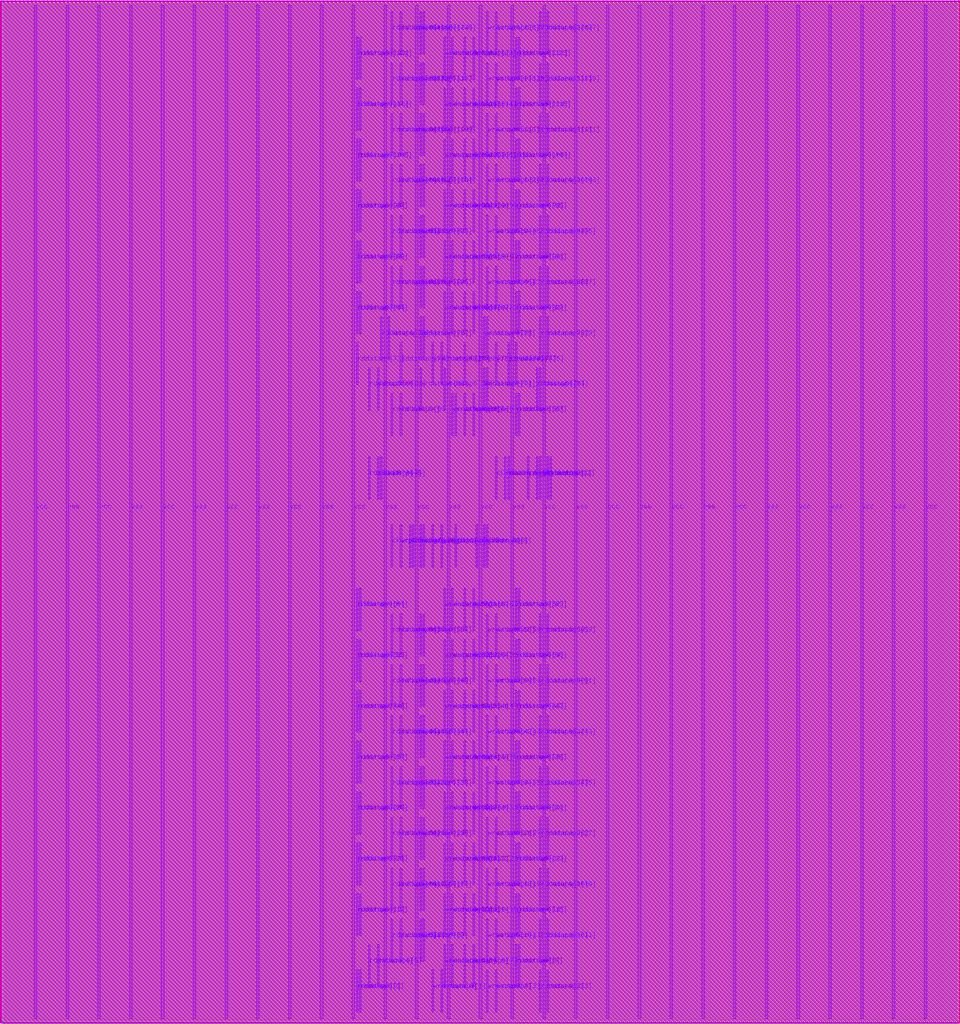
<source format=lef>
VERSION 5.8 ;
BUSBITCHARS "[]" ;
DIVIDERCHAR "/" ;

UNITS
  DATABASE MICRONS 4000 ;
END UNITS

MANUFACTURINGGRID 0.0005 ;

MACRO arf124b064e1r1w0cbbehbaa4acw
  CLASS BLOCK ;
  ORIGIN 0 0 ;
  FOREIGN arf124b064e1r1w0cbbehbaa4acw 0 0 ;
  SIZE 27 BY 28.8 ;
  PIN ckrdp0
    DIRECTION INPUT ;
    USE SIGNAL ;
    PORT
      LAYER m7 ;
        RECT 13.928 14.76 13.972 15.96 ;
    END
  END ckrdp0
  PIN ckwrp0
    DIRECTION INPUT ;
    USE SIGNAL ;
    PORT
      LAYER m7 ;
        RECT 10.972 12.84 11.016 14.04 ;
    END
  END ckwrp0
  PIN rdaddrp0[0]
    DIRECTION INPUT ;
    USE SIGNAL ;
    PORT
      LAYER m7 ;
        RECT 15.172 14.76 15.216 15.96 ;
    END
  END rdaddrp0[0]
  PIN rdaddrp0[1]
    DIRECTION INPUT ;
    USE SIGNAL ;
    PORT
      LAYER m7 ;
        RECT 15.384 14.76 15.428 15.96 ;
    END
  END rdaddrp0[1]
  PIN rdaddrp0[2]
    DIRECTION INPUT ;
    USE SIGNAL ;
    PORT
      LAYER m7 ;
        RECT 15.472 14.76 15.516 15.96 ;
    END
  END rdaddrp0[2]
  PIN rdaddrp0[3]
    DIRECTION INPUT ;
    USE SIGNAL ;
    PORT
      LAYER m7 ;
        RECT 10.328 14.76 10.372 15.96 ;
    END
  END rdaddrp0[3]
  PIN rdaddrp0[4]
    DIRECTION INPUT ;
    USE SIGNAL ;
    PORT
      LAYER m7 ;
        RECT 10.584 14.76 10.628 15.96 ;
    END
  END rdaddrp0[4]
  PIN rdaddrp0[5]
    DIRECTION INPUT ;
    USE SIGNAL ;
    PORT
      LAYER m7 ;
        RECT 10.672 14.76 10.716 15.96 ;
    END
  END rdaddrp0[5]
  PIN rdaddrp0_fd
    DIRECTION INPUT ;
    USE SIGNAL ;
    PORT
      LAYER m7 ;
        RECT 14.184 14.76 14.228 15.96 ;
    END
  END rdaddrp0_fd
  PIN rdaddrp0_rd
    DIRECTION INPUT ;
    USE SIGNAL ;
    PORT
      LAYER m7 ;
        RECT 14.272 14.76 14.316 15.96 ;
    END
  END rdaddrp0_rd
  PIN rddatap0[0]
    DIRECTION OUTPUT ;
    USE SIGNAL ;
    PORT
      LAYER m7 ;
        RECT 9.984 0.24 10.028 1.44 ;
    END
  END rddatap0[0]
  PIN rddatap0[100]
    DIRECTION OUTPUT ;
    USE SIGNAL ;
    PORT
      LAYER m7 ;
        RECT 10.972 23.04 11.016 24.24 ;
    END
  END rddatap0[100]
  PIN rddatap0[101]
    DIRECTION OUTPUT ;
    USE SIGNAL ;
    PORT
      LAYER m7 ;
        RECT 11.228 23.04 11.272 24.24 ;
    END
  END rddatap0[101]
  PIN rddatap0[102]
    DIRECTION OUTPUT ;
    USE SIGNAL ;
    PORT
      LAYER m7 ;
        RECT 15.172 23.04 15.216 24.24 ;
    END
  END rddatap0[102]
  PIN rddatap0[103]
    DIRECTION OUTPUT ;
    USE SIGNAL ;
    PORT
      LAYER m7 ;
        RECT 15.384 23.04 15.428 24.24 ;
    END
  END rddatap0[103]
  PIN rddatap0[104]
    DIRECTION OUTPUT ;
    USE SIGNAL ;
    PORT
      LAYER m7 ;
        RECT 9.984 23.76 10.028 24.96 ;
    END
  END rddatap0[104]
  PIN rddatap0[105]
    DIRECTION OUTPUT ;
    USE SIGNAL ;
    PORT
      LAYER m7 ;
        RECT 10.072 23.76 10.116 24.96 ;
    END
  END rddatap0[105]
  PIN rddatap0[106]
    DIRECTION OUTPUT ;
    USE SIGNAL ;
    PORT
      LAYER m7 ;
        RECT 14.484 23.76 14.528 24.96 ;
    END
  END rddatap0[106]
  PIN rddatap0[107]
    DIRECTION OUTPUT ;
    USE SIGNAL ;
    PORT
      LAYER m7 ;
        RECT 14.572 23.76 14.616 24.96 ;
    END
  END rddatap0[107]
  PIN rddatap0[108]
    DIRECTION OUTPUT ;
    USE SIGNAL ;
    PORT
      LAYER m7 ;
        RECT 10.972 24.48 11.016 25.68 ;
    END
  END rddatap0[108]
  PIN rddatap0[109]
    DIRECTION OUTPUT ;
    USE SIGNAL ;
    PORT
      LAYER m7 ;
        RECT 11.228 24.48 11.272 25.68 ;
    END
  END rddatap0[109]
  PIN rddatap0[10]
    DIRECTION OUTPUT ;
    USE SIGNAL ;
    PORT
      LAYER m7 ;
        RECT 15.172 1.68 15.216 2.88 ;
    END
  END rddatap0[10]
  PIN rddatap0[110]
    DIRECTION OUTPUT ;
    USE SIGNAL ;
    PORT
      LAYER m7 ;
        RECT 15.172 24.48 15.216 25.68 ;
    END
  END rddatap0[110]
  PIN rddatap0[111]
    DIRECTION OUTPUT ;
    USE SIGNAL ;
    PORT
      LAYER m7 ;
        RECT 15.384 24.48 15.428 25.68 ;
    END
  END rddatap0[111]
  PIN rddatap0[112]
    DIRECTION OUTPUT ;
    USE SIGNAL ;
    PORT
      LAYER m7 ;
        RECT 9.984 25.2 10.028 26.4 ;
    END
  END rddatap0[112]
  PIN rddatap0[113]
    DIRECTION OUTPUT ;
    USE SIGNAL ;
    PORT
      LAYER m7 ;
        RECT 10.072 25.2 10.116 26.4 ;
    END
  END rddatap0[113]
  PIN rddatap0[114]
    DIRECTION OUTPUT ;
    USE SIGNAL ;
    PORT
      LAYER m7 ;
        RECT 14.484 25.2 14.528 26.4 ;
    END
  END rddatap0[114]
  PIN rddatap0[115]
    DIRECTION OUTPUT ;
    USE SIGNAL ;
    PORT
      LAYER m7 ;
        RECT 14.572 25.2 14.616 26.4 ;
    END
  END rddatap0[115]
  PIN rddatap0[116]
    DIRECTION OUTPUT ;
    USE SIGNAL ;
    PORT
      LAYER m7 ;
        RECT 10.972 25.92 11.016 27.12 ;
    END
  END rddatap0[116]
  PIN rddatap0[117]
    DIRECTION OUTPUT ;
    USE SIGNAL ;
    PORT
      LAYER m7 ;
        RECT 11.228 25.92 11.272 27.12 ;
    END
  END rddatap0[117]
  PIN rddatap0[118]
    DIRECTION OUTPUT ;
    USE SIGNAL ;
    PORT
      LAYER m7 ;
        RECT 15.172 25.92 15.216 27.12 ;
    END
  END rddatap0[118]
  PIN rddatap0[119]
    DIRECTION OUTPUT ;
    USE SIGNAL ;
    PORT
      LAYER m7 ;
        RECT 15.384 25.92 15.428 27.12 ;
    END
  END rddatap0[119]
  PIN rddatap0[11]
    DIRECTION OUTPUT ;
    USE SIGNAL ;
    PORT
      LAYER m7 ;
        RECT 15.384 1.68 15.428 2.88 ;
    END
  END rddatap0[11]
  PIN rddatap0[120]
    DIRECTION OUTPUT ;
    USE SIGNAL ;
    PORT
      LAYER m7 ;
        RECT 9.984 26.64 10.028 27.84 ;
    END
  END rddatap0[120]
  PIN rddatap0[121]
    DIRECTION OUTPUT ;
    USE SIGNAL ;
    PORT
      LAYER m7 ;
        RECT 10.072 26.64 10.116 27.84 ;
    END
  END rddatap0[121]
  PIN rddatap0[122]
    DIRECTION OUTPUT ;
    USE SIGNAL ;
    PORT
      LAYER m7 ;
        RECT 14.484 26.64 14.528 27.84 ;
    END
  END rddatap0[122]
  PIN rddatap0[123]
    DIRECTION OUTPUT ;
    USE SIGNAL ;
    PORT
      LAYER m7 ;
        RECT 14.572 26.64 14.616 27.84 ;
    END
  END rddatap0[123]
  PIN rddatap0[124]
    DIRECTION OUTPUT ;
    USE SIGNAL ;
    PORT
      LAYER m7 ;
        RECT 10.972 27.36 11.016 28.56 ;
    END
  END rddatap0[124]
  PIN rddatap0[125]
    DIRECTION OUTPUT ;
    USE SIGNAL ;
    PORT
      LAYER m7 ;
        RECT 11.228 27.36 11.272 28.56 ;
    END
  END rddatap0[125]
  PIN rddatap0[126]
    DIRECTION OUTPUT ;
    USE SIGNAL ;
    PORT
      LAYER m7 ;
        RECT 15.172 27.36 15.216 28.56 ;
    END
  END rddatap0[126]
  PIN rddatap0[127]
    DIRECTION OUTPUT ;
    USE SIGNAL ;
    PORT
      LAYER m7 ;
        RECT 15.384 27.36 15.428 28.56 ;
    END
  END rddatap0[127]
  PIN rddatap0[12]
    DIRECTION OUTPUT ;
    USE SIGNAL ;
    PORT
      LAYER m7 ;
        RECT 9.984 2.4 10.028 3.6 ;
    END
  END rddatap0[12]
  PIN rddatap0[13]
    DIRECTION OUTPUT ;
    USE SIGNAL ;
    PORT
      LAYER m7 ;
        RECT 10.072 2.4 10.116 3.6 ;
    END
  END rddatap0[13]
  PIN rddatap0[14]
    DIRECTION OUTPUT ;
    USE SIGNAL ;
    PORT
      LAYER m7 ;
        RECT 14.484 2.4 14.528 3.6 ;
    END
  END rddatap0[14]
  PIN rddatap0[15]
    DIRECTION OUTPUT ;
    USE SIGNAL ;
    PORT
      LAYER m7 ;
        RECT 14.572 2.4 14.616 3.6 ;
    END
  END rddatap0[15]
  PIN rddatap0[16]
    DIRECTION OUTPUT ;
    USE SIGNAL ;
    PORT
      LAYER m7 ;
        RECT 10.972 3.12 11.016 4.32 ;
    END
  END rddatap0[16]
  PIN rddatap0[17]
    DIRECTION OUTPUT ;
    USE SIGNAL ;
    PORT
      LAYER m7 ;
        RECT 11.228 3.12 11.272 4.32 ;
    END
  END rddatap0[17]
  PIN rddatap0[18]
    DIRECTION OUTPUT ;
    USE SIGNAL ;
    PORT
      LAYER m7 ;
        RECT 15.172 3.12 15.216 4.32 ;
    END
  END rddatap0[18]
  PIN rddatap0[19]
    DIRECTION OUTPUT ;
    USE SIGNAL ;
    PORT
      LAYER m7 ;
        RECT 15.384 3.12 15.428 4.32 ;
    END
  END rddatap0[19]
  PIN rddatap0[1]
    DIRECTION OUTPUT ;
    USE SIGNAL ;
    PORT
      LAYER m7 ;
        RECT 10.072 0.24 10.116 1.44 ;
    END
  END rddatap0[1]
  PIN rddatap0[20]
    DIRECTION OUTPUT ;
    USE SIGNAL ;
    PORT
      LAYER m7 ;
        RECT 9.984 3.84 10.028 5.04 ;
    END
  END rddatap0[20]
  PIN rddatap0[21]
    DIRECTION OUTPUT ;
    USE SIGNAL ;
    PORT
      LAYER m7 ;
        RECT 10.072 3.84 10.116 5.04 ;
    END
  END rddatap0[21]
  PIN rddatap0[22]
    DIRECTION OUTPUT ;
    USE SIGNAL ;
    PORT
      LAYER m7 ;
        RECT 14.484 3.84 14.528 5.04 ;
    END
  END rddatap0[22]
  PIN rddatap0[23]
    DIRECTION OUTPUT ;
    USE SIGNAL ;
    PORT
      LAYER m7 ;
        RECT 14.572 3.84 14.616 5.04 ;
    END
  END rddatap0[23]
  PIN rddatap0[24]
    DIRECTION OUTPUT ;
    USE SIGNAL ;
    PORT
      LAYER m7 ;
        RECT 10.972 4.56 11.016 5.76 ;
    END
  END rddatap0[24]
  PIN rddatap0[25]
    DIRECTION OUTPUT ;
    USE SIGNAL ;
    PORT
      LAYER m7 ;
        RECT 11.228 4.56 11.272 5.76 ;
    END
  END rddatap0[25]
  PIN rddatap0[26]
    DIRECTION OUTPUT ;
    USE SIGNAL ;
    PORT
      LAYER m7 ;
        RECT 15.172 4.56 15.216 5.76 ;
    END
  END rddatap0[26]
  PIN rddatap0[27]
    DIRECTION OUTPUT ;
    USE SIGNAL ;
    PORT
      LAYER m7 ;
        RECT 15.384 4.56 15.428 5.76 ;
    END
  END rddatap0[27]
  PIN rddatap0[28]
    DIRECTION OUTPUT ;
    USE SIGNAL ;
    PORT
      LAYER m7 ;
        RECT 9.984 5.28 10.028 6.48 ;
    END
  END rddatap0[28]
  PIN rddatap0[29]
    DIRECTION OUTPUT ;
    USE SIGNAL ;
    PORT
      LAYER m7 ;
        RECT 10.072 5.28 10.116 6.48 ;
    END
  END rddatap0[29]
  PIN rddatap0[2]
    DIRECTION OUTPUT ;
    USE SIGNAL ;
    PORT
      LAYER m7 ;
        RECT 15.172 0.24 15.216 1.44 ;
    END
  END rddatap0[2]
  PIN rddatap0[30]
    DIRECTION OUTPUT ;
    USE SIGNAL ;
    PORT
      LAYER m7 ;
        RECT 14.484 5.28 14.528 6.48 ;
    END
  END rddatap0[30]
  PIN rddatap0[31]
    DIRECTION OUTPUT ;
    USE SIGNAL ;
    PORT
      LAYER m7 ;
        RECT 14.572 5.28 14.616 6.48 ;
    END
  END rddatap0[31]
  PIN rddatap0[32]
    DIRECTION OUTPUT ;
    USE SIGNAL ;
    PORT
      LAYER m7 ;
        RECT 10.972 6 11.016 7.2 ;
    END
  END rddatap0[32]
  PIN rddatap0[33]
    DIRECTION OUTPUT ;
    USE SIGNAL ;
    PORT
      LAYER m7 ;
        RECT 11.228 6 11.272 7.2 ;
    END
  END rddatap0[33]
  PIN rddatap0[34]
    DIRECTION OUTPUT ;
    USE SIGNAL ;
    PORT
      LAYER m7 ;
        RECT 15.172 6 15.216 7.2 ;
    END
  END rddatap0[34]
  PIN rddatap0[35]
    DIRECTION OUTPUT ;
    USE SIGNAL ;
    PORT
      LAYER m7 ;
        RECT 15.384 6 15.428 7.2 ;
    END
  END rddatap0[35]
  PIN rddatap0[36]
    DIRECTION OUTPUT ;
    USE SIGNAL ;
    PORT
      LAYER m7 ;
        RECT 9.984 6.72 10.028 7.92 ;
    END
  END rddatap0[36]
  PIN rddatap0[37]
    DIRECTION OUTPUT ;
    USE SIGNAL ;
    PORT
      LAYER m7 ;
        RECT 10.072 6.72 10.116 7.92 ;
    END
  END rddatap0[37]
  PIN rddatap0[38]
    DIRECTION OUTPUT ;
    USE SIGNAL ;
    PORT
      LAYER m7 ;
        RECT 14.484 6.72 14.528 7.92 ;
    END
  END rddatap0[38]
  PIN rddatap0[39]
    DIRECTION OUTPUT ;
    USE SIGNAL ;
    PORT
      LAYER m7 ;
        RECT 14.572 6.72 14.616 7.92 ;
    END
  END rddatap0[39]
  PIN rddatap0[3]
    DIRECTION OUTPUT ;
    USE SIGNAL ;
    PORT
      LAYER m7 ;
        RECT 15.384 0.24 15.428 1.44 ;
    END
  END rddatap0[3]
  PIN rddatap0[40]
    DIRECTION OUTPUT ;
    USE SIGNAL ;
    PORT
      LAYER m7 ;
        RECT 10.972 7.44 11.016 8.64 ;
    END
  END rddatap0[40]
  PIN rddatap0[41]
    DIRECTION OUTPUT ;
    USE SIGNAL ;
    PORT
      LAYER m7 ;
        RECT 11.228 7.44 11.272 8.64 ;
    END
  END rddatap0[41]
  PIN rddatap0[42]
    DIRECTION OUTPUT ;
    USE SIGNAL ;
    PORT
      LAYER m7 ;
        RECT 15.172 7.44 15.216 8.64 ;
    END
  END rddatap0[42]
  PIN rddatap0[43]
    DIRECTION OUTPUT ;
    USE SIGNAL ;
    PORT
      LAYER m7 ;
        RECT 15.384 7.44 15.428 8.64 ;
    END
  END rddatap0[43]
  PIN rddatap0[44]
    DIRECTION OUTPUT ;
    USE SIGNAL ;
    PORT
      LAYER m7 ;
        RECT 9.984 8.16 10.028 9.36 ;
    END
  END rddatap0[44]
  PIN rddatap0[45]
    DIRECTION OUTPUT ;
    USE SIGNAL ;
    PORT
      LAYER m7 ;
        RECT 10.072 8.16 10.116 9.36 ;
    END
  END rddatap0[45]
  PIN rddatap0[46]
    DIRECTION OUTPUT ;
    USE SIGNAL ;
    PORT
      LAYER m7 ;
        RECT 14.484 8.16 14.528 9.36 ;
    END
  END rddatap0[46]
  PIN rddatap0[47]
    DIRECTION OUTPUT ;
    USE SIGNAL ;
    PORT
      LAYER m7 ;
        RECT 14.572 8.16 14.616 9.36 ;
    END
  END rddatap0[47]
  PIN rddatap0[48]
    DIRECTION OUTPUT ;
    USE SIGNAL ;
    PORT
      LAYER m7 ;
        RECT 10.972 8.88 11.016 10.08 ;
    END
  END rddatap0[48]
  PIN rddatap0[49]
    DIRECTION OUTPUT ;
    USE SIGNAL ;
    PORT
      LAYER m7 ;
        RECT 11.228 8.88 11.272 10.08 ;
    END
  END rddatap0[49]
  PIN rddatap0[4]
    DIRECTION OUTPUT ;
    USE SIGNAL ;
    PORT
      LAYER m7 ;
        RECT 10.328 0.96 10.372 2.16 ;
    END
  END rddatap0[4]
  PIN rddatap0[50]
    DIRECTION OUTPUT ;
    USE SIGNAL ;
    PORT
      LAYER m7 ;
        RECT 15.172 8.88 15.216 10.08 ;
    END
  END rddatap0[50]
  PIN rddatap0[51]
    DIRECTION OUTPUT ;
    USE SIGNAL ;
    PORT
      LAYER m7 ;
        RECT 15.384 8.88 15.428 10.08 ;
    END
  END rddatap0[51]
  PIN rddatap0[52]
    DIRECTION OUTPUT ;
    USE SIGNAL ;
    PORT
      LAYER m7 ;
        RECT 9.984 9.6 10.028 10.8 ;
    END
  END rddatap0[52]
  PIN rddatap0[53]
    DIRECTION OUTPUT ;
    USE SIGNAL ;
    PORT
      LAYER m7 ;
        RECT 10.072 9.6 10.116 10.8 ;
    END
  END rddatap0[53]
  PIN rddatap0[54]
    DIRECTION OUTPUT ;
    USE SIGNAL ;
    PORT
      LAYER m7 ;
        RECT 14.484 9.6 14.528 10.8 ;
    END
  END rddatap0[54]
  PIN rddatap0[55]
    DIRECTION OUTPUT ;
    USE SIGNAL ;
    PORT
      LAYER m7 ;
        RECT 14.572 9.6 14.616 10.8 ;
    END
  END rddatap0[55]
  PIN rddatap0[56]
    DIRECTION OUTPUT ;
    USE SIGNAL ;
    PORT
      LAYER m7 ;
        RECT 10.972 10.32 11.016 11.52 ;
    END
  END rddatap0[56]
  PIN rddatap0[57]
    DIRECTION OUTPUT ;
    USE SIGNAL ;
    PORT
      LAYER m7 ;
        RECT 11.228 10.32 11.272 11.52 ;
    END
  END rddatap0[57]
  PIN rddatap0[58]
    DIRECTION OUTPUT ;
    USE SIGNAL ;
    PORT
      LAYER m7 ;
        RECT 15.172 10.32 15.216 11.52 ;
    END
  END rddatap0[58]
  PIN rddatap0[59]
    DIRECTION OUTPUT ;
    USE SIGNAL ;
    PORT
      LAYER m7 ;
        RECT 15.384 10.32 15.428 11.52 ;
    END
  END rddatap0[59]
  PIN rddatap0[5]
    DIRECTION OUTPUT ;
    USE SIGNAL ;
    PORT
      LAYER m7 ;
        RECT 10.584 0.96 10.628 2.16 ;
    END
  END rddatap0[5]
  PIN rddatap0[60]
    DIRECTION OUTPUT ;
    USE SIGNAL ;
    PORT
      LAYER m7 ;
        RECT 9.984 11.04 10.028 12.24 ;
    END
  END rddatap0[60]
  PIN rddatap0[61]
    DIRECTION OUTPUT ;
    USE SIGNAL ;
    PORT
      LAYER m7 ;
        RECT 10.072 11.04 10.116 12.24 ;
    END
  END rddatap0[61]
  PIN rddatap0[62]
    DIRECTION OUTPUT ;
    USE SIGNAL ;
    PORT
      LAYER m7 ;
        RECT 14.484 11.04 14.528 12.24 ;
    END
  END rddatap0[62]
  PIN rddatap0[63]
    DIRECTION OUTPUT ;
    USE SIGNAL ;
    PORT
      LAYER m7 ;
        RECT 14.572 11.04 14.616 12.24 ;
    END
  END rddatap0[63]
  PIN rddatap0[64]
    DIRECTION OUTPUT ;
    USE SIGNAL ;
    PORT
      LAYER m7 ;
        RECT 10.972 16.56 11.016 17.76 ;
    END
  END rddatap0[64]
  PIN rddatap0[65]
    DIRECTION OUTPUT ;
    USE SIGNAL ;
    PORT
      LAYER m7 ;
        RECT 11.228 16.56 11.272 17.76 ;
    END
  END rddatap0[65]
  PIN rddatap0[66]
    DIRECTION OUTPUT ;
    USE SIGNAL ;
    PORT
      LAYER m7 ;
        RECT 14.484 16.56 14.528 17.76 ;
    END
  END rddatap0[66]
  PIN rddatap0[67]
    DIRECTION OUTPUT ;
    USE SIGNAL ;
    PORT
      LAYER m7 ;
        RECT 14.572 16.56 14.616 17.76 ;
    END
  END rddatap0[67]
  PIN rddatap0[68]
    DIRECTION OUTPUT ;
    USE SIGNAL ;
    PORT
      LAYER m7 ;
        RECT 10.328 17.28 10.372 18.48 ;
    END
  END rddatap0[68]
  PIN rddatap0[69]
    DIRECTION OUTPUT ;
    USE SIGNAL ;
    PORT
      LAYER m7 ;
        RECT 10.584 17.28 10.628 18.48 ;
    END
  END rddatap0[69]
  PIN rddatap0[6]
    DIRECTION OUTPUT ;
    USE SIGNAL ;
    PORT
      LAYER m7 ;
        RECT 14.484 0.96 14.528 2.16 ;
    END
  END rddatap0[6]
  PIN rddatap0[70]
    DIRECTION OUTPUT ;
    USE SIGNAL ;
    PORT
      LAYER m7 ;
        RECT 15.084 17.28 15.128 18.48 ;
    END
  END rddatap0[70]
  PIN rddatap0[71]
    DIRECTION OUTPUT ;
    USE SIGNAL ;
    PORT
      LAYER m7 ;
        RECT 15.172 17.28 15.216 18.48 ;
    END
  END rddatap0[71]
  PIN rddatap0[72]
    DIRECTION OUTPUT ;
    USE SIGNAL ;
    PORT
      LAYER m7 ;
        RECT 11.228 18 11.272 19.2 ;
    END
  END rddatap0[72]
  PIN rddatap0[73]
    DIRECTION OUTPUT ;
    USE SIGNAL ;
    PORT
      LAYER m7 ;
        RECT 9.984 18 10.028 19.2 ;
    END
  END rddatap0[73]
  PIN rddatap0[74]
    DIRECTION OUTPUT ;
    USE SIGNAL ;
    PORT
      LAYER m7 ;
        RECT 14.272 18 14.316 19.2 ;
    END
  END rddatap0[74]
  PIN rddatap0[75]
    DIRECTION OUTPUT ;
    USE SIGNAL ;
    PORT
      LAYER m7 ;
        RECT 14.484 18 14.528 19.2 ;
    END
  END rddatap0[75]
  PIN rddatap0[76]
    DIRECTION OUTPUT ;
    USE SIGNAL ;
    PORT
      LAYER m7 ;
        RECT 10.672 18.72 10.716 19.92 ;
    END
  END rddatap0[76]
  PIN rddatap0[77]
    DIRECTION OUTPUT ;
    USE SIGNAL ;
    PORT
      LAYER m7 ;
        RECT 10.884 18.72 10.928 19.92 ;
    END
  END rddatap0[77]
  PIN rddatap0[78]
    DIRECTION OUTPUT ;
    USE SIGNAL ;
    PORT
      LAYER m7 ;
        RECT 15.172 18.72 15.216 19.92 ;
    END
  END rddatap0[78]
  PIN rddatap0[79]
    DIRECTION OUTPUT ;
    USE SIGNAL ;
    PORT
      LAYER m7 ;
        RECT 15.384 18.72 15.428 19.92 ;
    END
  END rddatap0[79]
  PIN rddatap0[7]
    DIRECTION OUTPUT ;
    USE SIGNAL ;
    PORT
      LAYER m7 ;
        RECT 14.572 0.96 14.616 2.16 ;
    END
  END rddatap0[7]
  PIN rddatap0[80]
    DIRECTION OUTPUT ;
    USE SIGNAL ;
    PORT
      LAYER m7 ;
        RECT 9.984 19.44 10.028 20.64 ;
    END
  END rddatap0[80]
  PIN rddatap0[81]
    DIRECTION OUTPUT ;
    USE SIGNAL ;
    PORT
      LAYER m7 ;
        RECT 10.072 19.44 10.116 20.64 ;
    END
  END rddatap0[81]
  PIN rddatap0[82]
    DIRECTION OUTPUT ;
    USE SIGNAL ;
    PORT
      LAYER m7 ;
        RECT 14.484 19.44 14.528 20.64 ;
    END
  END rddatap0[82]
  PIN rddatap0[83]
    DIRECTION OUTPUT ;
    USE SIGNAL ;
    PORT
      LAYER m7 ;
        RECT 14.572 19.44 14.616 20.64 ;
    END
  END rddatap0[83]
  PIN rddatap0[84]
    DIRECTION OUTPUT ;
    USE SIGNAL ;
    PORT
      LAYER m7 ;
        RECT 10.972 20.16 11.016 21.36 ;
    END
  END rddatap0[84]
  PIN rddatap0[85]
    DIRECTION OUTPUT ;
    USE SIGNAL ;
    PORT
      LAYER m7 ;
        RECT 11.228 20.16 11.272 21.36 ;
    END
  END rddatap0[85]
  PIN rddatap0[86]
    DIRECTION OUTPUT ;
    USE SIGNAL ;
    PORT
      LAYER m7 ;
        RECT 15.172 20.16 15.216 21.36 ;
    END
  END rddatap0[86]
  PIN rddatap0[87]
    DIRECTION OUTPUT ;
    USE SIGNAL ;
    PORT
      LAYER m7 ;
        RECT 15.384 20.16 15.428 21.36 ;
    END
  END rddatap0[87]
  PIN rddatap0[88]
    DIRECTION OUTPUT ;
    USE SIGNAL ;
    PORT
      LAYER m7 ;
        RECT 9.984 20.88 10.028 22.08 ;
    END
  END rddatap0[88]
  PIN rddatap0[89]
    DIRECTION OUTPUT ;
    USE SIGNAL ;
    PORT
      LAYER m7 ;
        RECT 10.072 20.88 10.116 22.08 ;
    END
  END rddatap0[89]
  PIN rddatap0[8]
    DIRECTION OUTPUT ;
    USE SIGNAL ;
    PORT
      LAYER m7 ;
        RECT 10.972 1.68 11.016 2.88 ;
    END
  END rddatap0[8]
  PIN rddatap0[90]
    DIRECTION OUTPUT ;
    USE SIGNAL ;
    PORT
      LAYER m7 ;
        RECT 14.484 20.88 14.528 22.08 ;
    END
  END rddatap0[90]
  PIN rddatap0[91]
    DIRECTION OUTPUT ;
    USE SIGNAL ;
    PORT
      LAYER m7 ;
        RECT 14.572 20.88 14.616 22.08 ;
    END
  END rddatap0[91]
  PIN rddatap0[92]
    DIRECTION OUTPUT ;
    USE SIGNAL ;
    PORT
      LAYER m7 ;
        RECT 10.972 21.6 11.016 22.8 ;
    END
  END rddatap0[92]
  PIN rddatap0[93]
    DIRECTION OUTPUT ;
    USE SIGNAL ;
    PORT
      LAYER m7 ;
        RECT 11.228 21.6 11.272 22.8 ;
    END
  END rddatap0[93]
  PIN rddatap0[94]
    DIRECTION OUTPUT ;
    USE SIGNAL ;
    PORT
      LAYER m7 ;
        RECT 15.172 21.6 15.216 22.8 ;
    END
  END rddatap0[94]
  PIN rddatap0[95]
    DIRECTION OUTPUT ;
    USE SIGNAL ;
    PORT
      LAYER m7 ;
        RECT 15.384 21.6 15.428 22.8 ;
    END
  END rddatap0[95]
  PIN rddatap0[96]
    DIRECTION OUTPUT ;
    USE SIGNAL ;
    PORT
      LAYER m7 ;
        RECT 9.984 22.32 10.028 23.52 ;
    END
  END rddatap0[96]
  PIN rddatap0[97]
    DIRECTION OUTPUT ;
    USE SIGNAL ;
    PORT
      LAYER m7 ;
        RECT 10.072 22.32 10.116 23.52 ;
    END
  END rddatap0[97]
  PIN rddatap0[98]
    DIRECTION OUTPUT ;
    USE SIGNAL ;
    PORT
      LAYER m7 ;
        RECT 14.484 22.32 14.528 23.52 ;
    END
  END rddatap0[98]
  PIN rddatap0[99]
    DIRECTION OUTPUT ;
    USE SIGNAL ;
    PORT
      LAYER m7 ;
        RECT 14.572 22.32 14.616 23.52 ;
    END
  END rddatap0[99]
  PIN rddatap0[9]
    DIRECTION OUTPUT ;
    USE SIGNAL ;
    PORT
      LAYER m7 ;
        RECT 11.228 1.68 11.272 2.88 ;
    END
  END rddatap0[9]
  PIN rdenp0
    DIRECTION INPUT ;
    USE SIGNAL ;
    PORT
      LAYER m7 ;
        RECT 14.828 14.76 14.872 15.96 ;
    END
  END rdenp0
  PIN sdl_initp0
    DIRECTION INPUT ;
    USE SIGNAL ;
    PORT
      LAYER m7 ;
        RECT 15.084 14.76 15.128 15.96 ;
    END
  END sdl_initp0
  PIN vcc
    DIRECTION INPUT ;
    USE POWER ;
    PORT
      LAYER m7 ;
        RECT 26.062 0.06 26.138 28.74 ;
    END
    PORT
      LAYER m7 ;
        RECT 24.262 0.06 24.338 28.74 ;
    END
    PORT
      LAYER m7 ;
        RECT 22.462 0.06 22.538 28.74 ;
    END
    PORT
      LAYER m7 ;
        RECT 20.662 0.06 20.738 28.74 ;
    END
    PORT
      LAYER m7 ;
        RECT 18.862 0.06 18.938 28.74 ;
    END
    PORT
      LAYER m7 ;
        RECT 17.062 0.06 17.138 28.74 ;
    END
    PORT
      LAYER m7 ;
        RECT 15.262 0.06 15.338 28.74 ;
    END
    PORT
      LAYER m7 ;
        RECT 13.462 0.06 13.538 28.74 ;
    END
    PORT
      LAYER m7 ;
        RECT 11.662 0.06 11.738 28.74 ;
    END
    PORT
      LAYER m7 ;
        RECT 9.862 0.06 9.938 28.74 ;
    END
    PORT
      LAYER m7 ;
        RECT 8.062 0.06 8.138 28.74 ;
    END
    PORT
      LAYER m7 ;
        RECT 6.262 0.06 6.338 28.74 ;
    END
    PORT
      LAYER m7 ;
        RECT 4.462 0.06 4.538 28.74 ;
    END
    PORT
      LAYER m7 ;
        RECT 2.662 0.06 2.738 28.74 ;
    END
    PORT
      LAYER m7 ;
        RECT 0.862 0.06 0.938 28.74 ;
    END
  END vcc
  PIN vss
    DIRECTION INOUT ;
    USE GROUND ;
    PORT
      LAYER m7 ;
        RECT 25.162 0.06 25.238 28.74 ;
    END
    PORT
      LAYER m7 ;
        RECT 23.362 0.06 23.438 28.74 ;
    END
    PORT
      LAYER m7 ;
        RECT 21.562 0.06 21.638 28.74 ;
    END
    PORT
      LAYER m7 ;
        RECT 19.762 0.06 19.838 28.74 ;
    END
    PORT
      LAYER m7 ;
        RECT 17.962 0.06 18.038 28.74 ;
    END
    PORT
      LAYER m7 ;
        RECT 16.162 0.06 16.238 28.74 ;
    END
    PORT
      LAYER m7 ;
        RECT 14.362 0.06 14.438 28.74 ;
    END
    PORT
      LAYER m7 ;
        RECT 12.562 0.06 12.638 28.74 ;
    END
    PORT
      LAYER m7 ;
        RECT 10.762 0.06 10.838 28.74 ;
    END
    PORT
      LAYER m7 ;
        RECT 8.962 0.06 9.038 28.74 ;
    END
    PORT
      LAYER m7 ;
        RECT 7.162 0.06 7.238 28.74 ;
    END
    PORT
      LAYER m7 ;
        RECT 5.362 0.06 5.438 28.74 ;
    END
    PORT
      LAYER m7 ;
        RECT 3.562 0.06 3.638 28.74 ;
    END
    PORT
      LAYER m7 ;
        RECT 1.762 0.06 1.838 28.74 ;
    END
  END vss
  PIN wraddrp0[0]
    DIRECTION INPUT ;
    USE SIGNAL ;
    PORT
      LAYER m7 ;
        RECT 12.128 12.84 12.172 14.04 ;
    END
  END wraddrp0[0]
  PIN wraddrp0[1]
    DIRECTION INPUT ;
    USE SIGNAL ;
    PORT
      LAYER m7 ;
        RECT 12.384 12.84 12.428 14.04 ;
    END
  END wraddrp0[1]
  PIN wraddrp0[2]
    DIRECTION INPUT ;
    USE SIGNAL ;
    PORT
      LAYER m7 ;
        RECT 12.772 12.84 12.816 14.04 ;
    END
  END wraddrp0[2]
  PIN wraddrp0[3]
    DIRECTION INPUT ;
    USE SIGNAL ;
    PORT
      LAYER m7 ;
        RECT 13.372 12.84 13.416 14.04 ;
    END
  END wraddrp0[3]
  PIN wraddrp0[4]
    DIRECTION INPUT ;
    USE SIGNAL ;
    PORT
      LAYER m7 ;
        RECT 13.584 12.84 13.628 14.04 ;
    END
  END wraddrp0[4]
  PIN wraddrp0[5]
    DIRECTION INPUT ;
    USE SIGNAL ;
    PORT
      LAYER m7 ;
        RECT 13.672 12.84 13.716 14.04 ;
    END
  END wraddrp0[5]
  PIN wraddrp0_fd
    DIRECTION INPUT ;
    USE SIGNAL ;
    PORT
      LAYER m7 ;
        RECT 11.228 12.84 11.272 14.04 ;
    END
  END wraddrp0_fd
  PIN wraddrp0_rd
    DIRECTION INPUT ;
    USE SIGNAL ;
    PORT
      LAYER m7 ;
        RECT 11.484 12.84 11.528 14.04 ;
    END
  END wraddrp0_rd
  PIN wrdatap0[0]
    DIRECTION INPUT ;
    USE SIGNAL ;
    PORT
      LAYER m7 ;
        RECT 12.128 0.24 12.172 1.44 ;
    END
  END wrdatap0[0]
  PIN wrdatap0[100]
    DIRECTION INPUT ;
    USE SIGNAL ;
    PORT
      LAYER m7 ;
        RECT 11.784 23.04 11.828 24.24 ;
    END
  END wrdatap0[100]
  PIN wrdatap0[101]
    DIRECTION INPUT ;
    USE SIGNAL ;
    PORT
      LAYER m7 ;
        RECT 11.872 23.04 11.916 24.24 ;
    END
  END wrdatap0[101]
  PIN wrdatap0[102]
    DIRECTION INPUT ;
    USE SIGNAL ;
    PORT
      LAYER m7 ;
        RECT 13.672 23.04 13.716 24.24 ;
    END
  END wrdatap0[102]
  PIN wrdatap0[103]
    DIRECTION INPUT ;
    USE SIGNAL ;
    PORT
      LAYER m7 ;
        RECT 13.928 23.04 13.972 24.24 ;
    END
  END wrdatap0[103]
  PIN wrdatap0[104]
    DIRECTION INPUT ;
    USE SIGNAL ;
    PORT
      LAYER m7 ;
        RECT 12.472 23.76 12.516 24.96 ;
    END
  END wrdatap0[104]
  PIN wrdatap0[105]
    DIRECTION INPUT ;
    USE SIGNAL ;
    PORT
      LAYER m7 ;
        RECT 12.684 23.76 12.728 24.96 ;
    END
  END wrdatap0[105]
  PIN wrdatap0[106]
    DIRECTION INPUT ;
    USE SIGNAL ;
    PORT
      LAYER m7 ;
        RECT 13.028 23.76 13.072 24.96 ;
    END
  END wrdatap0[106]
  PIN wrdatap0[107]
    DIRECTION INPUT ;
    USE SIGNAL ;
    PORT
      LAYER m7 ;
        RECT 13.284 23.76 13.328 24.96 ;
    END
  END wrdatap0[107]
  PIN wrdatap0[108]
    DIRECTION INPUT ;
    USE SIGNAL ;
    PORT
      LAYER m7 ;
        RECT 11.784 24.48 11.828 25.68 ;
    END
  END wrdatap0[108]
  PIN wrdatap0[109]
    DIRECTION INPUT ;
    USE SIGNAL ;
    PORT
      LAYER m7 ;
        RECT 11.872 24.48 11.916 25.68 ;
    END
  END wrdatap0[109]
  PIN wrdatap0[10]
    DIRECTION INPUT ;
    USE SIGNAL ;
    PORT
      LAYER m7 ;
        RECT 13.672 1.68 13.716 2.88 ;
    END
  END wrdatap0[10]
  PIN wrdatap0[110]
    DIRECTION INPUT ;
    USE SIGNAL ;
    PORT
      LAYER m7 ;
        RECT 13.672 24.48 13.716 25.68 ;
    END
  END wrdatap0[110]
  PIN wrdatap0[111]
    DIRECTION INPUT ;
    USE SIGNAL ;
    PORT
      LAYER m7 ;
        RECT 13.928 24.48 13.972 25.68 ;
    END
  END wrdatap0[111]
  PIN wrdatap0[112]
    DIRECTION INPUT ;
    USE SIGNAL ;
    PORT
      LAYER m7 ;
        RECT 12.472 25.2 12.516 26.4 ;
    END
  END wrdatap0[112]
  PIN wrdatap0[113]
    DIRECTION INPUT ;
    USE SIGNAL ;
    PORT
      LAYER m7 ;
        RECT 12.684 25.2 12.728 26.4 ;
    END
  END wrdatap0[113]
  PIN wrdatap0[114]
    DIRECTION INPUT ;
    USE SIGNAL ;
    PORT
      LAYER m7 ;
        RECT 13.028 25.2 13.072 26.4 ;
    END
  END wrdatap0[114]
  PIN wrdatap0[115]
    DIRECTION INPUT ;
    USE SIGNAL ;
    PORT
      LAYER m7 ;
        RECT 13.284 25.2 13.328 26.4 ;
    END
  END wrdatap0[115]
  PIN wrdatap0[116]
    DIRECTION INPUT ;
    USE SIGNAL ;
    PORT
      LAYER m7 ;
        RECT 11.784 25.92 11.828 27.12 ;
    END
  END wrdatap0[116]
  PIN wrdatap0[117]
    DIRECTION INPUT ;
    USE SIGNAL ;
    PORT
      LAYER m7 ;
        RECT 11.872 25.92 11.916 27.12 ;
    END
  END wrdatap0[117]
  PIN wrdatap0[118]
    DIRECTION INPUT ;
    USE SIGNAL ;
    PORT
      LAYER m7 ;
        RECT 13.672 25.92 13.716 27.12 ;
    END
  END wrdatap0[118]
  PIN wrdatap0[119]
    DIRECTION INPUT ;
    USE SIGNAL ;
    PORT
      LAYER m7 ;
        RECT 13.928 25.92 13.972 27.12 ;
    END
  END wrdatap0[119]
  PIN wrdatap0[11]
    DIRECTION INPUT ;
    USE SIGNAL ;
    PORT
      LAYER m7 ;
        RECT 13.928 1.68 13.972 2.88 ;
    END
  END wrdatap0[11]
  PIN wrdatap0[120]
    DIRECTION INPUT ;
    USE SIGNAL ;
    PORT
      LAYER m7 ;
        RECT 12.472 26.64 12.516 27.84 ;
    END
  END wrdatap0[120]
  PIN wrdatap0[121]
    DIRECTION INPUT ;
    USE SIGNAL ;
    PORT
      LAYER m7 ;
        RECT 12.684 26.64 12.728 27.84 ;
    END
  END wrdatap0[121]
  PIN wrdatap0[122]
    DIRECTION INPUT ;
    USE SIGNAL ;
    PORT
      LAYER m7 ;
        RECT 13.028 26.64 13.072 27.84 ;
    END
  END wrdatap0[122]
  PIN wrdatap0[123]
    DIRECTION INPUT ;
    USE SIGNAL ;
    PORT
      LAYER m7 ;
        RECT 13.284 26.64 13.328 27.84 ;
    END
  END wrdatap0[123]
  PIN wrdatap0[124]
    DIRECTION INPUT ;
    USE SIGNAL ;
    PORT
      LAYER m7 ;
        RECT 11.784 27.36 11.828 28.56 ;
    END
  END wrdatap0[124]
  PIN wrdatap0[125]
    DIRECTION INPUT ;
    USE SIGNAL ;
    PORT
      LAYER m7 ;
        RECT 11.872 27.36 11.916 28.56 ;
    END
  END wrdatap0[125]
  PIN wrdatap0[126]
    DIRECTION INPUT ;
    USE SIGNAL ;
    PORT
      LAYER m7 ;
        RECT 13.672 27.36 13.716 28.56 ;
    END
  END wrdatap0[126]
  PIN wrdatap0[127]
    DIRECTION INPUT ;
    USE SIGNAL ;
    PORT
      LAYER m7 ;
        RECT 13.928 27.36 13.972 28.56 ;
    END
  END wrdatap0[127]
  PIN wrdatap0[12]
    DIRECTION INPUT ;
    USE SIGNAL ;
    PORT
      LAYER m7 ;
        RECT 12.472 2.4 12.516 3.6 ;
    END
  END wrdatap0[12]
  PIN wrdatap0[13]
    DIRECTION INPUT ;
    USE SIGNAL ;
    PORT
      LAYER m7 ;
        RECT 12.684 2.4 12.728 3.6 ;
    END
  END wrdatap0[13]
  PIN wrdatap0[14]
    DIRECTION INPUT ;
    USE SIGNAL ;
    PORT
      LAYER m7 ;
        RECT 13.028 2.4 13.072 3.6 ;
    END
  END wrdatap0[14]
  PIN wrdatap0[15]
    DIRECTION INPUT ;
    USE SIGNAL ;
    PORT
      LAYER m7 ;
        RECT 13.284 2.4 13.328 3.6 ;
    END
  END wrdatap0[15]
  PIN wrdatap0[16]
    DIRECTION INPUT ;
    USE SIGNAL ;
    PORT
      LAYER m7 ;
        RECT 11.784 3.12 11.828 4.32 ;
    END
  END wrdatap0[16]
  PIN wrdatap0[17]
    DIRECTION INPUT ;
    USE SIGNAL ;
    PORT
      LAYER m7 ;
        RECT 11.872 3.12 11.916 4.32 ;
    END
  END wrdatap0[17]
  PIN wrdatap0[18]
    DIRECTION INPUT ;
    USE SIGNAL ;
    PORT
      LAYER m7 ;
        RECT 13.672 3.12 13.716 4.32 ;
    END
  END wrdatap0[18]
  PIN wrdatap0[19]
    DIRECTION INPUT ;
    USE SIGNAL ;
    PORT
      LAYER m7 ;
        RECT 13.928 3.12 13.972 4.32 ;
    END
  END wrdatap0[19]
  PIN wrdatap0[1]
    DIRECTION INPUT ;
    USE SIGNAL ;
    PORT
      LAYER m7 ;
        RECT 12.384 0.24 12.428 1.44 ;
    END
  END wrdatap0[1]
  PIN wrdatap0[20]
    DIRECTION INPUT ;
    USE SIGNAL ;
    PORT
      LAYER m7 ;
        RECT 12.472 3.84 12.516 5.04 ;
    END
  END wrdatap0[20]
  PIN wrdatap0[21]
    DIRECTION INPUT ;
    USE SIGNAL ;
    PORT
      LAYER m7 ;
        RECT 12.684 3.84 12.728 5.04 ;
    END
  END wrdatap0[21]
  PIN wrdatap0[22]
    DIRECTION INPUT ;
    USE SIGNAL ;
    PORT
      LAYER m7 ;
        RECT 13.028 3.84 13.072 5.04 ;
    END
  END wrdatap0[22]
  PIN wrdatap0[23]
    DIRECTION INPUT ;
    USE SIGNAL ;
    PORT
      LAYER m7 ;
        RECT 13.284 3.84 13.328 5.04 ;
    END
  END wrdatap0[23]
  PIN wrdatap0[24]
    DIRECTION INPUT ;
    USE SIGNAL ;
    PORT
      LAYER m7 ;
        RECT 11.784 4.56 11.828 5.76 ;
    END
  END wrdatap0[24]
  PIN wrdatap0[25]
    DIRECTION INPUT ;
    USE SIGNAL ;
    PORT
      LAYER m7 ;
        RECT 11.872 4.56 11.916 5.76 ;
    END
  END wrdatap0[25]
  PIN wrdatap0[26]
    DIRECTION INPUT ;
    USE SIGNAL ;
    PORT
      LAYER m7 ;
        RECT 13.672 4.56 13.716 5.76 ;
    END
  END wrdatap0[26]
  PIN wrdatap0[27]
    DIRECTION INPUT ;
    USE SIGNAL ;
    PORT
      LAYER m7 ;
        RECT 13.928 4.56 13.972 5.76 ;
    END
  END wrdatap0[27]
  PIN wrdatap0[28]
    DIRECTION INPUT ;
    USE SIGNAL ;
    PORT
      LAYER m7 ;
        RECT 12.472 5.28 12.516 6.48 ;
    END
  END wrdatap0[28]
  PIN wrdatap0[29]
    DIRECTION INPUT ;
    USE SIGNAL ;
    PORT
      LAYER m7 ;
        RECT 12.684 5.28 12.728 6.48 ;
    END
  END wrdatap0[29]
  PIN wrdatap0[2]
    DIRECTION INPUT ;
    USE SIGNAL ;
    PORT
      LAYER m7 ;
        RECT 13.672 0.24 13.716 1.44 ;
    END
  END wrdatap0[2]
  PIN wrdatap0[30]
    DIRECTION INPUT ;
    USE SIGNAL ;
    PORT
      LAYER m7 ;
        RECT 13.028 5.28 13.072 6.48 ;
    END
  END wrdatap0[30]
  PIN wrdatap0[31]
    DIRECTION INPUT ;
    USE SIGNAL ;
    PORT
      LAYER m7 ;
        RECT 13.284 5.28 13.328 6.48 ;
    END
  END wrdatap0[31]
  PIN wrdatap0[32]
    DIRECTION INPUT ;
    USE SIGNAL ;
    PORT
      LAYER m7 ;
        RECT 11.784 6 11.828 7.2 ;
    END
  END wrdatap0[32]
  PIN wrdatap0[33]
    DIRECTION INPUT ;
    USE SIGNAL ;
    PORT
      LAYER m7 ;
        RECT 11.872 6 11.916 7.2 ;
    END
  END wrdatap0[33]
  PIN wrdatap0[34]
    DIRECTION INPUT ;
    USE SIGNAL ;
    PORT
      LAYER m7 ;
        RECT 13.672 6 13.716 7.2 ;
    END
  END wrdatap0[34]
  PIN wrdatap0[35]
    DIRECTION INPUT ;
    USE SIGNAL ;
    PORT
      LAYER m7 ;
        RECT 13.928 6 13.972 7.2 ;
    END
  END wrdatap0[35]
  PIN wrdatap0[36]
    DIRECTION INPUT ;
    USE SIGNAL ;
    PORT
      LAYER m7 ;
        RECT 12.472 6.72 12.516 7.92 ;
    END
  END wrdatap0[36]
  PIN wrdatap0[37]
    DIRECTION INPUT ;
    USE SIGNAL ;
    PORT
      LAYER m7 ;
        RECT 12.684 6.72 12.728 7.92 ;
    END
  END wrdatap0[37]
  PIN wrdatap0[38]
    DIRECTION INPUT ;
    USE SIGNAL ;
    PORT
      LAYER m7 ;
        RECT 13.028 6.72 13.072 7.92 ;
    END
  END wrdatap0[38]
  PIN wrdatap0[39]
    DIRECTION INPUT ;
    USE SIGNAL ;
    PORT
      LAYER m7 ;
        RECT 13.284 6.72 13.328 7.92 ;
    END
  END wrdatap0[39]
  PIN wrdatap0[3]
    DIRECTION INPUT ;
    USE SIGNAL ;
    PORT
      LAYER m7 ;
        RECT 13.928 0.24 13.972 1.44 ;
    END
  END wrdatap0[3]
  PIN wrdatap0[40]
    DIRECTION INPUT ;
    USE SIGNAL ;
    PORT
      LAYER m7 ;
        RECT 11.784 7.44 11.828 8.64 ;
    END
  END wrdatap0[40]
  PIN wrdatap0[41]
    DIRECTION INPUT ;
    USE SIGNAL ;
    PORT
      LAYER m7 ;
        RECT 11.872 7.44 11.916 8.64 ;
    END
  END wrdatap0[41]
  PIN wrdatap0[42]
    DIRECTION INPUT ;
    USE SIGNAL ;
    PORT
      LAYER m7 ;
        RECT 13.672 7.44 13.716 8.64 ;
    END
  END wrdatap0[42]
  PIN wrdatap0[43]
    DIRECTION INPUT ;
    USE SIGNAL ;
    PORT
      LAYER m7 ;
        RECT 13.928 7.44 13.972 8.64 ;
    END
  END wrdatap0[43]
  PIN wrdatap0[44]
    DIRECTION INPUT ;
    USE SIGNAL ;
    PORT
      LAYER m7 ;
        RECT 12.472 8.16 12.516 9.36 ;
    END
  END wrdatap0[44]
  PIN wrdatap0[45]
    DIRECTION INPUT ;
    USE SIGNAL ;
    PORT
      LAYER m7 ;
        RECT 12.684 8.16 12.728 9.36 ;
    END
  END wrdatap0[45]
  PIN wrdatap0[46]
    DIRECTION INPUT ;
    USE SIGNAL ;
    PORT
      LAYER m7 ;
        RECT 13.028 8.16 13.072 9.36 ;
    END
  END wrdatap0[46]
  PIN wrdatap0[47]
    DIRECTION INPUT ;
    USE SIGNAL ;
    PORT
      LAYER m7 ;
        RECT 13.284 8.16 13.328 9.36 ;
    END
  END wrdatap0[47]
  PIN wrdatap0[48]
    DIRECTION INPUT ;
    USE SIGNAL ;
    PORT
      LAYER m7 ;
        RECT 11.784 8.88 11.828 10.08 ;
    END
  END wrdatap0[48]
  PIN wrdatap0[49]
    DIRECTION INPUT ;
    USE SIGNAL ;
    PORT
      LAYER m7 ;
        RECT 11.872 8.88 11.916 10.08 ;
    END
  END wrdatap0[49]
  PIN wrdatap0[4]
    DIRECTION INPUT ;
    USE SIGNAL ;
    PORT
      LAYER m7 ;
        RECT 12.472 0.96 12.516 2.16 ;
    END
  END wrdatap0[4]
  PIN wrdatap0[50]
    DIRECTION INPUT ;
    USE SIGNAL ;
    PORT
      LAYER m7 ;
        RECT 13.672 8.88 13.716 10.08 ;
    END
  END wrdatap0[50]
  PIN wrdatap0[51]
    DIRECTION INPUT ;
    USE SIGNAL ;
    PORT
      LAYER m7 ;
        RECT 13.928 8.88 13.972 10.08 ;
    END
  END wrdatap0[51]
  PIN wrdatap0[52]
    DIRECTION INPUT ;
    USE SIGNAL ;
    PORT
      LAYER m7 ;
        RECT 12.472 9.6 12.516 10.8 ;
    END
  END wrdatap0[52]
  PIN wrdatap0[53]
    DIRECTION INPUT ;
    USE SIGNAL ;
    PORT
      LAYER m7 ;
        RECT 12.684 9.6 12.728 10.8 ;
    END
  END wrdatap0[53]
  PIN wrdatap0[54]
    DIRECTION INPUT ;
    USE SIGNAL ;
    PORT
      LAYER m7 ;
        RECT 13.028 9.6 13.072 10.8 ;
    END
  END wrdatap0[54]
  PIN wrdatap0[55]
    DIRECTION INPUT ;
    USE SIGNAL ;
    PORT
      LAYER m7 ;
        RECT 13.284 9.6 13.328 10.8 ;
    END
  END wrdatap0[55]
  PIN wrdatap0[56]
    DIRECTION INPUT ;
    USE SIGNAL ;
    PORT
      LAYER m7 ;
        RECT 11.784 10.32 11.828 11.52 ;
    END
  END wrdatap0[56]
  PIN wrdatap0[57]
    DIRECTION INPUT ;
    USE SIGNAL ;
    PORT
      LAYER m7 ;
        RECT 11.872 10.32 11.916 11.52 ;
    END
  END wrdatap0[57]
  PIN wrdatap0[58]
    DIRECTION INPUT ;
    USE SIGNAL ;
    PORT
      LAYER m7 ;
        RECT 13.672 10.32 13.716 11.52 ;
    END
  END wrdatap0[58]
  PIN wrdatap0[59]
    DIRECTION INPUT ;
    USE SIGNAL ;
    PORT
      LAYER m7 ;
        RECT 13.928 10.32 13.972 11.52 ;
    END
  END wrdatap0[59]
  PIN wrdatap0[5]
    DIRECTION INPUT ;
    USE SIGNAL ;
    PORT
      LAYER m7 ;
        RECT 12.684 0.96 12.728 2.16 ;
    END
  END wrdatap0[5]
  PIN wrdatap0[60]
    DIRECTION INPUT ;
    USE SIGNAL ;
    PORT
      LAYER m7 ;
        RECT 12.472 11.04 12.516 12.24 ;
    END
  END wrdatap0[60]
  PIN wrdatap0[61]
    DIRECTION INPUT ;
    USE SIGNAL ;
    PORT
      LAYER m7 ;
        RECT 12.684 11.04 12.728 12.24 ;
    END
  END wrdatap0[61]
  PIN wrdatap0[62]
    DIRECTION INPUT ;
    USE SIGNAL ;
    PORT
      LAYER m7 ;
        RECT 13.028 11.04 13.072 12.24 ;
    END
  END wrdatap0[62]
  PIN wrdatap0[63]
    DIRECTION INPUT ;
    USE SIGNAL ;
    PORT
      LAYER m7 ;
        RECT 13.284 11.04 13.328 12.24 ;
    END
  END wrdatap0[63]
  PIN wrdatap0[64]
    DIRECTION INPUT ;
    USE SIGNAL ;
    PORT
      LAYER m7 ;
        RECT 12.684 16.56 12.728 17.76 ;
    END
  END wrdatap0[64]
  PIN wrdatap0[65]
    DIRECTION INPUT ;
    USE SIGNAL ;
    PORT
      LAYER m7 ;
        RECT 12.772 16.56 12.816 17.76 ;
    END
  END wrdatap0[65]
  PIN wrdatap0[66]
    DIRECTION INPUT ;
    USE SIGNAL ;
    PORT
      LAYER m7 ;
        RECT 13.028 16.56 13.072 17.76 ;
    END
  END wrdatap0[66]
  PIN wrdatap0[67]
    DIRECTION INPUT ;
    USE SIGNAL ;
    PORT
      LAYER m7 ;
        RECT 13.284 16.56 13.328 17.76 ;
    END
  END wrdatap0[67]
  PIN wrdatap0[68]
    DIRECTION INPUT ;
    USE SIGNAL ;
    PORT
      LAYER m7 ;
        RECT 12.472 17.28 12.516 18.48 ;
    END
  END wrdatap0[68]
  PIN wrdatap0[69]
    DIRECTION INPUT ;
    USE SIGNAL ;
    PORT
      LAYER m7 ;
        RECT 11.784 17.28 11.828 18.48 ;
    END
  END wrdatap0[69]
  PIN wrdatap0[6]
    DIRECTION INPUT ;
    USE SIGNAL ;
    PORT
      LAYER m7 ;
        RECT 13.028 0.96 13.072 2.16 ;
    END
  END wrdatap0[6]
  PIN wrdatap0[70]
    DIRECTION INPUT ;
    USE SIGNAL ;
    PORT
      LAYER m7 ;
        RECT 13.584 17.28 13.628 18.48 ;
    END
  END wrdatap0[70]
  PIN wrdatap0[71]
    DIRECTION INPUT ;
    USE SIGNAL ;
    PORT
      LAYER m7 ;
        RECT 13.672 17.28 13.716 18.48 ;
    END
  END wrdatap0[71]
  PIN wrdatap0[72]
    DIRECTION INPUT ;
    USE SIGNAL ;
    PORT
      LAYER m7 ;
        RECT 12.128 18 12.172 19.2 ;
    END
  END wrdatap0[72]
  PIN wrdatap0[73]
    DIRECTION INPUT ;
    USE SIGNAL ;
    PORT
      LAYER m7 ;
        RECT 12.384 18 12.428 19.2 ;
    END
  END wrdatap0[73]
  PIN wrdatap0[74]
    DIRECTION INPUT ;
    USE SIGNAL ;
    PORT
      LAYER m7 ;
        RECT 13.928 18 13.972 19.2 ;
    END
  END wrdatap0[74]
  PIN wrdatap0[75]
    DIRECTION INPUT ;
    USE SIGNAL ;
    PORT
      LAYER m7 ;
        RECT 13.028 18 13.072 19.2 ;
    END
  END wrdatap0[75]
  PIN wrdatap0[76]
    DIRECTION INPUT ;
    USE SIGNAL ;
    PORT
      LAYER m7 ;
        RECT 11.784 18.72 11.828 19.92 ;
    END
  END wrdatap0[76]
  PIN wrdatap0[77]
    DIRECTION INPUT ;
    USE SIGNAL ;
    PORT
      LAYER m7 ;
        RECT 11.872 18.72 11.916 19.92 ;
    END
  END wrdatap0[77]
  PIN wrdatap0[78]
    DIRECTION INPUT ;
    USE SIGNAL ;
    PORT
      LAYER m7 ;
        RECT 13.584 18.72 13.628 19.92 ;
    END
  END wrdatap0[78]
  PIN wrdatap0[79]
    DIRECTION INPUT ;
    USE SIGNAL ;
    PORT
      LAYER m7 ;
        RECT 13.672 18.72 13.716 19.92 ;
    END
  END wrdatap0[79]
  PIN wrdatap0[7]
    DIRECTION INPUT ;
    USE SIGNAL ;
    PORT
      LAYER m7 ;
        RECT 13.284 0.96 13.328 2.16 ;
    END
  END wrdatap0[7]
  PIN wrdatap0[80]
    DIRECTION INPUT ;
    USE SIGNAL ;
    PORT
      LAYER m7 ;
        RECT 12.472 19.44 12.516 20.64 ;
    END
  END wrdatap0[80]
  PIN wrdatap0[81]
    DIRECTION INPUT ;
    USE SIGNAL ;
    PORT
      LAYER m7 ;
        RECT 12.684 19.44 12.728 20.64 ;
    END
  END wrdatap0[81]
  PIN wrdatap0[82]
    DIRECTION INPUT ;
    USE SIGNAL ;
    PORT
      LAYER m7 ;
        RECT 13.028 19.44 13.072 20.64 ;
    END
  END wrdatap0[82]
  PIN wrdatap0[83]
    DIRECTION INPUT ;
    USE SIGNAL ;
    PORT
      LAYER m7 ;
        RECT 13.284 19.44 13.328 20.64 ;
    END
  END wrdatap0[83]
  PIN wrdatap0[84]
    DIRECTION INPUT ;
    USE SIGNAL ;
    PORT
      LAYER m7 ;
        RECT 11.784 20.16 11.828 21.36 ;
    END
  END wrdatap0[84]
  PIN wrdatap0[85]
    DIRECTION INPUT ;
    USE SIGNAL ;
    PORT
      LAYER m7 ;
        RECT 11.872 20.16 11.916 21.36 ;
    END
  END wrdatap0[85]
  PIN wrdatap0[86]
    DIRECTION INPUT ;
    USE SIGNAL ;
    PORT
      LAYER m7 ;
        RECT 13.672 20.16 13.716 21.36 ;
    END
  END wrdatap0[86]
  PIN wrdatap0[87]
    DIRECTION INPUT ;
    USE SIGNAL ;
    PORT
      LAYER m7 ;
        RECT 13.928 20.16 13.972 21.36 ;
    END
  END wrdatap0[87]
  PIN wrdatap0[88]
    DIRECTION INPUT ;
    USE SIGNAL ;
    PORT
      LAYER m7 ;
        RECT 12.472 20.88 12.516 22.08 ;
    END
  END wrdatap0[88]
  PIN wrdatap0[89]
    DIRECTION INPUT ;
    USE SIGNAL ;
    PORT
      LAYER m7 ;
        RECT 12.684 20.88 12.728 22.08 ;
    END
  END wrdatap0[89]
  PIN wrdatap0[8]
    DIRECTION INPUT ;
    USE SIGNAL ;
    PORT
      LAYER m7 ;
        RECT 11.784 1.68 11.828 2.88 ;
    END
  END wrdatap0[8]
  PIN wrdatap0[90]
    DIRECTION INPUT ;
    USE SIGNAL ;
    PORT
      LAYER m7 ;
        RECT 13.028 20.88 13.072 22.08 ;
    END
  END wrdatap0[90]
  PIN wrdatap0[91]
    DIRECTION INPUT ;
    USE SIGNAL ;
    PORT
      LAYER m7 ;
        RECT 13.284 20.88 13.328 22.08 ;
    END
  END wrdatap0[91]
  PIN wrdatap0[92]
    DIRECTION INPUT ;
    USE SIGNAL ;
    PORT
      LAYER m7 ;
        RECT 11.784 21.6 11.828 22.8 ;
    END
  END wrdatap0[92]
  PIN wrdatap0[93]
    DIRECTION INPUT ;
    USE SIGNAL ;
    PORT
      LAYER m7 ;
        RECT 11.872 21.6 11.916 22.8 ;
    END
  END wrdatap0[93]
  PIN wrdatap0[94]
    DIRECTION INPUT ;
    USE SIGNAL ;
    PORT
      LAYER m7 ;
        RECT 13.672 21.6 13.716 22.8 ;
    END
  END wrdatap0[94]
  PIN wrdatap0[95]
    DIRECTION INPUT ;
    USE SIGNAL ;
    PORT
      LAYER m7 ;
        RECT 13.928 21.6 13.972 22.8 ;
    END
  END wrdatap0[95]
  PIN wrdatap0[96]
    DIRECTION INPUT ;
    USE SIGNAL ;
    PORT
      LAYER m7 ;
        RECT 12.472 22.32 12.516 23.52 ;
    END
  END wrdatap0[96]
  PIN wrdatap0[97]
    DIRECTION INPUT ;
    USE SIGNAL ;
    PORT
      LAYER m7 ;
        RECT 12.684 22.32 12.728 23.52 ;
    END
  END wrdatap0[97]
  PIN wrdatap0[98]
    DIRECTION INPUT ;
    USE SIGNAL ;
    PORT
      LAYER m7 ;
        RECT 13.028 22.32 13.072 23.52 ;
    END
  END wrdatap0[98]
  PIN wrdatap0[99]
    DIRECTION INPUT ;
    USE SIGNAL ;
    PORT
      LAYER m7 ;
        RECT 13.284 22.32 13.328 23.52 ;
    END
  END wrdatap0[99]
  PIN wrdatap0[9]
    DIRECTION INPUT ;
    USE SIGNAL ;
    PORT
      LAYER m7 ;
        RECT 11.872 1.68 11.916 2.88 ;
    END
  END wrdatap0[9]
  PIN wrdatap0_fd
    DIRECTION INPUT ;
    USE SIGNAL ;
    PORT
      LAYER m7 ;
        RECT 11.784 12.84 11.828 14.04 ;
    END
  END wrdatap0_fd
  PIN wrdatap0_rd
    DIRECTION INPUT ;
    USE SIGNAL ;
    PORT
      LAYER m7 ;
        RECT 11.872 12.84 11.916 14.04 ;
    END
  END wrdatap0_rd
  PIN wrenp0
    DIRECTION INPUT ;
    USE SIGNAL ;
    PORT
      LAYER m7 ;
        RECT 11.572 12.84 11.616 14.04 ;
    END
  END wrenp0
  OBS
    LAYER m0 SPACING 0 ;
      RECT 0 0 27 28.8 ;
    LAYER m1 SPACING 0 ;
      RECT 0 0 27 28.8 ;
    LAYER m2 SPACING 0 ;
      RECT -0.0705 -0.038 27.0705 28.838 ;
    LAYER m3 SPACING 0 ;
      RECT -0.035 -0.07 27.035 28.87 ;
    LAYER m4 SPACING 0 ;
      RECT -0.07 -0.038 27.07 28.838 ;
    LAYER m5 SPACING 0 ;
      RECT -0.059 -0.09 27.059 28.89 ;
    LAYER m6 SPACING 0 ;
      RECT -0.09 -0.062 27.09 28.862 ;
    LAYER m7 SPACING 0 ;
      RECT -0.092 -0.06 27.092 28.86 ;
  END
END arf124b064e1r1w0cbbehbaa4acw
END LIBRARY

</source>
